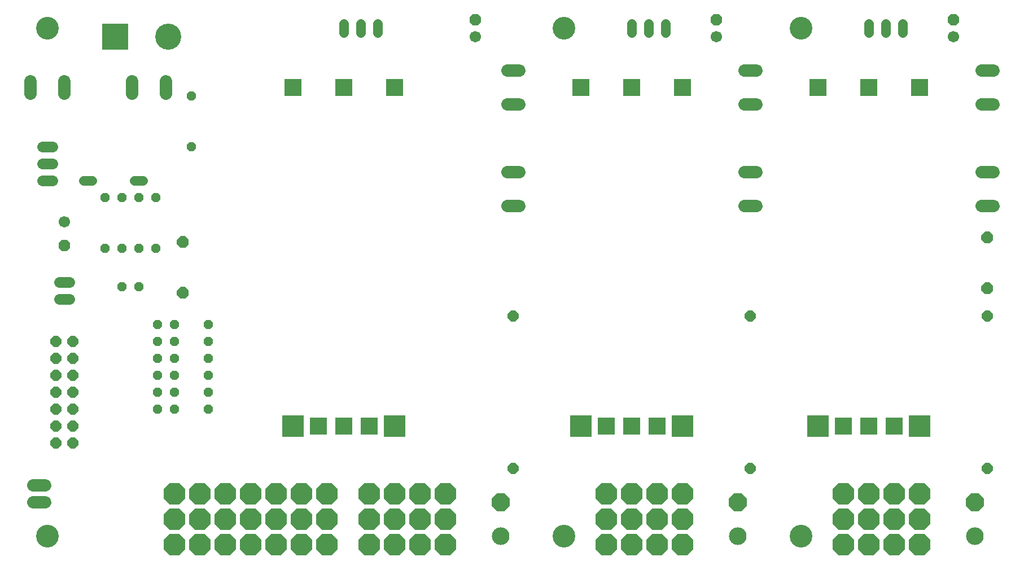
<source format=gts>
G75*
%MOIN*%
%OFA0B0*%
%FSLAX25Y25*%
%IPPOS*%
%LPD*%
%AMOC8*
5,1,8,0,0,1.08239X$1,22.5*
%
%ADD10C,0.07450*%
%ADD11C,0.13400*%
%ADD12OC8,0.05600*%
%ADD13C,0.06400*%
%ADD14R,0.09849X0.09849*%
%ADD15R,0.13061X0.13061*%
%ADD16OC8,0.07000*%
%ADD17OC8,0.06400*%
%ADD18OC8,0.12900*%
%ADD19R,0.15400X0.15400*%
%ADD20C,0.15400*%
%ADD21C,0.07487*%
%ADD22C,0.05600*%
%ADD23OC8,0.06700*%
%ADD24C,0.06700*%
%ADD25C,0.10400*%
%ADD26OC8,0.10400*%
D10*
X0561475Y0505000D02*
X0568525Y0505000D01*
X0568525Y0525000D02*
X0561475Y0525000D01*
X0561475Y0565000D02*
X0568525Y0565000D01*
X0568525Y0585000D02*
X0561475Y0585000D01*
X0701475Y0585000D02*
X0708525Y0585000D01*
X0708525Y0565000D02*
X0701475Y0565000D01*
X0701475Y0525000D02*
X0708525Y0525000D01*
X0708525Y0505000D02*
X0701475Y0505000D01*
X0841475Y0505000D02*
X0848525Y0505000D01*
X0848525Y0525000D02*
X0841475Y0525000D01*
X0841475Y0565000D02*
X0848525Y0565000D01*
X0848525Y0585000D02*
X0841475Y0585000D01*
X0360000Y0578525D02*
X0360000Y0571475D01*
X0340000Y0571475D02*
X0340000Y0578525D01*
X0300000Y0578525D02*
X0300000Y0571475D01*
X0280000Y0571475D02*
X0280000Y0578525D01*
D11*
X0290000Y0610000D03*
X0595000Y0610000D03*
X0735000Y0610000D03*
X0735000Y0310000D03*
X0595000Y0310000D03*
X0290000Y0310000D03*
D12*
X0355000Y0385000D03*
X0365000Y0385000D03*
X0365000Y0395000D03*
X0355000Y0395000D03*
X0355000Y0405000D03*
X0365000Y0405000D03*
X0365000Y0415000D03*
X0355000Y0415000D03*
X0355000Y0425000D03*
X0365000Y0425000D03*
X0365000Y0435000D03*
X0355000Y0435000D03*
X0385000Y0435000D03*
X0385000Y0425000D03*
X0385000Y0415000D03*
X0385000Y0405000D03*
X0385000Y0395000D03*
X0385000Y0385000D03*
X0343750Y0457500D03*
X0333750Y0457500D03*
X0333750Y0480000D03*
X0323750Y0480000D03*
X0343750Y0480000D03*
X0353750Y0480000D03*
X0353750Y0510000D03*
X0343750Y0510000D03*
X0333750Y0510000D03*
X0323750Y0510000D03*
X0375000Y0540000D03*
X0375000Y0570000D03*
D13*
X0293000Y0540000D02*
X0287000Y0540000D01*
X0287000Y0530000D02*
X0293000Y0530000D01*
X0293000Y0520000D02*
X0287000Y0520000D01*
X0297000Y0460000D02*
X0303000Y0460000D01*
X0303000Y0450000D02*
X0297000Y0450000D01*
D14*
X0450000Y0375000D03*
X0465000Y0375000D03*
X0480000Y0375000D03*
X0620000Y0375000D03*
X0635000Y0375000D03*
X0650000Y0375000D03*
X0760000Y0375000D03*
X0775000Y0375000D03*
X0790000Y0375000D03*
X0775000Y0575000D03*
X0745000Y0575000D03*
X0805000Y0575000D03*
X0665000Y0575000D03*
X0635000Y0575000D03*
X0605000Y0575000D03*
X0495000Y0575000D03*
X0465000Y0575000D03*
X0435000Y0575000D03*
D15*
X0435000Y0375000D03*
X0495000Y0375000D03*
X0605000Y0375000D03*
X0665000Y0375000D03*
X0745000Y0375000D03*
X0805000Y0375000D03*
D16*
X0845000Y0456250D03*
X0845000Y0486250D03*
X0370000Y0483750D03*
X0370000Y0453750D03*
D17*
X0305000Y0425000D03*
X0305000Y0415000D03*
X0305000Y0405000D03*
X0305000Y0395000D03*
X0295000Y0395000D03*
X0295000Y0405000D03*
X0295000Y0415000D03*
X0295000Y0425000D03*
X0295000Y0385000D03*
X0295000Y0375000D03*
X0295000Y0365000D03*
X0305000Y0365000D03*
X0305000Y0375000D03*
X0305000Y0385000D03*
X0565000Y0350000D03*
X0565000Y0440000D03*
X0705000Y0440000D03*
X0705000Y0350000D03*
X0845000Y0350000D03*
X0845000Y0440000D03*
D18*
X0365000Y0305000D03*
X0365000Y0320000D03*
X0365000Y0335000D03*
X0380000Y0335000D03*
X0395000Y0335000D03*
X0395000Y0320000D03*
X0380000Y0320000D03*
X0380000Y0305000D03*
X0395000Y0305000D03*
X0410000Y0305000D03*
X0425000Y0305000D03*
X0440000Y0305000D03*
X0440000Y0320000D03*
X0425000Y0320000D03*
X0410000Y0320000D03*
X0410000Y0335000D03*
X0425000Y0335000D03*
X0440000Y0335000D03*
X0455000Y0335000D03*
X0455000Y0320000D03*
X0455000Y0305000D03*
X0480000Y0305000D03*
X0495000Y0305000D03*
X0495000Y0320000D03*
X0480000Y0320000D03*
X0480000Y0335000D03*
X0495000Y0335000D03*
X0510000Y0335000D03*
X0525000Y0335000D03*
X0525000Y0320000D03*
X0510000Y0320000D03*
X0510000Y0305000D03*
X0525000Y0305000D03*
X0620000Y0305000D03*
X0620000Y0320000D03*
X0620000Y0335000D03*
X0635000Y0335000D03*
X0650000Y0335000D03*
X0650000Y0320000D03*
X0635000Y0320000D03*
X0635000Y0305000D03*
X0650000Y0305000D03*
X0665000Y0305000D03*
X0665000Y0320000D03*
X0665000Y0335000D03*
X0760000Y0335000D03*
X0775000Y0335000D03*
X0775000Y0320000D03*
X0760000Y0320000D03*
X0760000Y0305000D03*
X0775000Y0305000D03*
X0790000Y0305000D03*
X0805000Y0305000D03*
X0805000Y0320000D03*
X0790000Y0320000D03*
X0790000Y0335000D03*
X0805000Y0335000D03*
D19*
X0330000Y0605000D03*
D20*
X0361047Y0605000D03*
D21*
X0288543Y0340000D02*
X0281457Y0340000D01*
X0281457Y0330000D02*
X0288543Y0330000D01*
D22*
X0311150Y0520000D02*
X0316350Y0520000D01*
X0341150Y0520000D02*
X0346350Y0520000D01*
X0465000Y0607400D02*
X0465000Y0612600D01*
X0475000Y0612600D02*
X0475000Y0607400D01*
X0485000Y0607400D02*
X0485000Y0612600D01*
X0635000Y0612600D02*
X0635000Y0607400D01*
X0645000Y0607400D02*
X0645000Y0612600D01*
X0655000Y0612600D02*
X0655000Y0607400D01*
X0775000Y0607400D02*
X0775000Y0612600D01*
X0785000Y0612600D02*
X0785000Y0607400D01*
X0795000Y0607400D02*
X0795000Y0612600D01*
D23*
X0825000Y0615000D03*
X0685000Y0615000D03*
X0542500Y0615000D03*
X0300000Y0481750D03*
D24*
X0300000Y0495750D03*
X0542500Y0605000D03*
X0685000Y0605000D03*
X0825000Y0605000D03*
D25*
X0837500Y0310000D03*
X0697500Y0310000D03*
X0557500Y0310000D03*
D26*
X0557500Y0330000D03*
X0697500Y0330000D03*
X0837500Y0330000D03*
M02*

</source>
